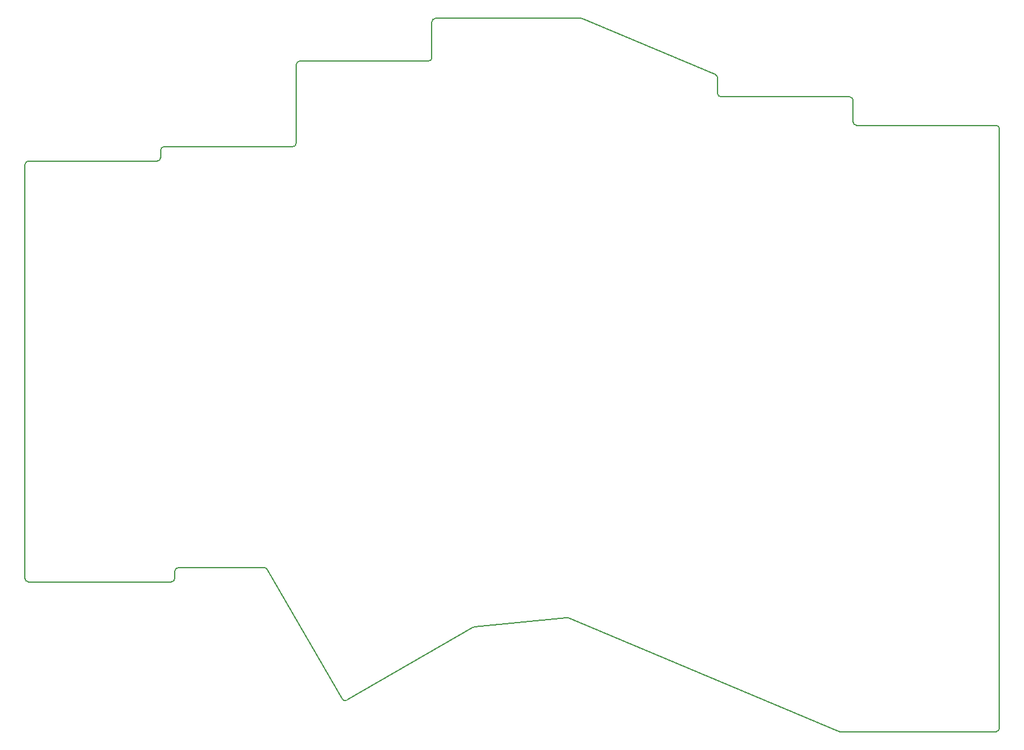
<source format=gbr>
%TF.GenerationSoftware,KiCad,Pcbnew,(6.0.9)*%
%TF.CreationDate,2023-04-16T13:36:15+02:00*%
%TF.ProjectId,iteMX_bottom,6974654d-585f-4626-9f74-746f6d2e6b69,v1.0.0*%
%TF.SameCoordinates,Original*%
%TF.FileFunction,Profile,NP*%
%FSLAX46Y46*%
G04 Gerber Fmt 4.6, Leading zero omitted, Abs format (unit mm)*
G04 Created by KiCad (PCBNEW (6.0.9)) date 2023-04-16 13:36:15*
%MOMM*%
%LPD*%
G01*
G04 APERTURE LIST*
%TA.AperFunction,Profile*%
%ADD10C,0.150000*%
%TD*%
G04 APERTURE END LIST*
D10*
X-10500000Y-10000000D02*
X-10500000Y48000000D01*
X-10000000Y48500000D02*
X8000000Y48500000D01*
X8500000Y49000000D02*
X8500000Y50000000D01*
X9000000Y50500000D02*
X27000000Y50500000D01*
X27500000Y51000000D02*
X27500000Y62000000D01*
X28000000Y62500000D02*
X46000000Y62500000D01*
X46500000Y63000000D02*
X46500000Y68000000D01*
X47000000Y68500000D02*
X67399029Y68500000D01*
X67593058Y68460818D02*
X86194029Y60628830D01*
X86500000Y60168012D02*
X86500000Y58000000D01*
X87000000Y57500000D02*
X105000000Y57500000D01*
X105500000Y57000000D02*
X105500000Y54000000D01*
X106000000Y53500000D02*
X125500000Y53500000D01*
X126000000Y53000000D02*
X126000000Y-31000000D01*
X125500000Y-31500000D02*
X103600971Y-31500000D01*
X103406942Y-31460818D02*
X65617732Y-15549571D01*
X65372918Y-15512975D02*
X52449769Y-16832393D01*
X52250554Y-16896795D02*
X34589746Y-27093267D01*
X33906733Y-26910254D02*
X23421090Y-8748587D01*
X22988020Y-8498587D02*
X10999943Y-8499943D01*
X10500000Y-8999943D02*
X10500000Y-10000000D01*
X10000000Y-10500000D02*
X-10000000Y-10500000D01*
X-10000000Y48500000D02*
G75*
G03*
X-10500000Y48000000I0J-500000D01*
G01*
X8000000Y48500000D02*
G75*
G03*
X8500000Y49000000I0J500000D01*
G01*
X9000000Y50500000D02*
G75*
G03*
X8500000Y50000000I0J-500000D01*
G01*
X27000000Y50500000D02*
G75*
G03*
X27500000Y51000000I0J500000D01*
G01*
X28000000Y62500000D02*
G75*
G03*
X27500000Y62000000I0J-500000D01*
G01*
X46000000Y62500000D02*
G75*
G03*
X46500000Y63000000I0J500000D01*
G01*
X47000000Y68500000D02*
G75*
G03*
X46500000Y68000000I0J-500000D01*
G01*
X67593058Y68460818D02*
G75*
G03*
X67399029Y68500000I-194029J-460818D01*
G01*
X86500000Y60168012D02*
G75*
G03*
X86194028Y60628830I-500000J0D01*
G01*
X86500000Y58000000D02*
G75*
G03*
X87000000Y57500000I500000J0D01*
G01*
X105500000Y57000000D02*
G75*
G03*
X105000000Y57500000I-500000J0D01*
G01*
X105500000Y54000000D02*
G75*
G03*
X106000000Y53500000I500000J0D01*
G01*
X126000000Y53000000D02*
G75*
G03*
X125500000Y53500000I-500000J0D01*
G01*
X125500000Y-31500000D02*
G75*
G03*
X126000000Y-31000000I0J500000D01*
G01*
X103406942Y-31460818D02*
G75*
G03*
X103600971Y-31500000I194029J460818D01*
G01*
X65617732Y-15549571D02*
G75*
G03*
X65372919Y-15512974I-194029J-460818D01*
G01*
X52449769Y-16832394D02*
G75*
G03*
X52250554Y-16896795I50785J-497413D01*
G01*
X33906733Y-26910254D02*
G75*
G03*
X34589746Y-27093267I433013J250000D01*
G01*
X23421090Y-8748587D02*
G75*
G03*
X22988021Y-8498587I-433013J-250000D01*
G01*
X10999943Y-8499943D02*
G75*
G03*
X10500000Y-8999943I57J-500000D01*
G01*
X10000000Y-10500000D02*
G75*
G03*
X10500000Y-10000000I0J500000D01*
G01*
X-10500000Y-10000000D02*
G75*
G03*
X-10000000Y-10500000I500000J0D01*
G01*
M02*

</source>
